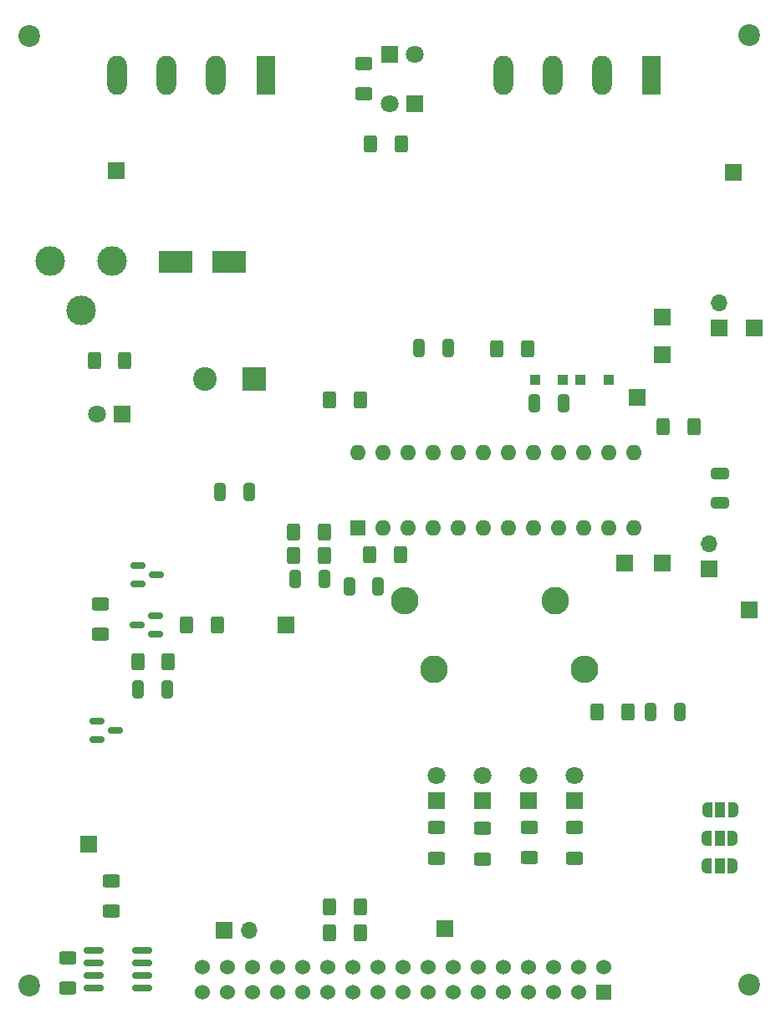
<source format=gbr>
G04 #@! TF.GenerationSoftware,KiCad,Pcbnew,6.0.7-f9a2dced07~116~ubuntu20.04.1*
G04 #@! TF.CreationDate,2022-08-19T20:43:36+02:00*
G04 #@! TF.ProjectId,sboxnet-booster,73626f78-6e65-4742-9d62-6f6f73746572,rev?*
G04 #@! TF.SameCoordinates,Original*
G04 #@! TF.FileFunction,Soldermask,Top*
G04 #@! TF.FilePolarity,Negative*
%FSLAX46Y46*%
G04 Gerber Fmt 4.6, Leading zero omitted, Abs format (unit mm)*
G04 Created by KiCad (PCBNEW 6.0.7-f9a2dced07~116~ubuntu20.04.1) date 2022-08-19 20:43:36*
%MOMM*%
%LPD*%
G01*
G04 APERTURE LIST*
G04 Aperture macros list*
%AMRoundRect*
0 Rectangle with rounded corners*
0 $1 Rounding radius*
0 $2 $3 $4 $5 $6 $7 $8 $9 X,Y pos of 4 corners*
0 Add a 4 corners polygon primitive as box body*
4,1,4,$2,$3,$4,$5,$6,$7,$8,$9,$2,$3,0*
0 Add four circle primitives for the rounded corners*
1,1,$1+$1,$2,$3*
1,1,$1+$1,$4,$5*
1,1,$1+$1,$6,$7*
1,1,$1+$1,$8,$9*
0 Add four rect primitives between the rounded corners*
20,1,$1+$1,$2,$3,$4,$5,0*
20,1,$1+$1,$4,$5,$6,$7,0*
20,1,$1+$1,$6,$7,$8,$9,0*
20,1,$1+$1,$8,$9,$2,$3,0*%
%AMFreePoly0*
4,1,22,0.550000,-0.750000,0.000000,-0.750000,0.000000,-0.745033,-0.079941,-0.743568,-0.215256,-0.701293,-0.333266,-0.622738,-0.424486,-0.514219,-0.481581,-0.384460,-0.499164,-0.250000,-0.500000,-0.250000,-0.500000,0.250000,-0.499164,0.250000,-0.499963,0.256109,-0.478152,0.396186,-0.417904,0.524511,-0.324060,0.630769,-0.204165,0.706417,-0.067858,0.745374,0.000000,0.744959,0.000000,0.750000,
0.550000,0.750000,0.550000,-0.750000,0.550000,-0.750000,$1*%
%AMFreePoly1*
4,1,20,0.000000,0.744959,0.073905,0.744508,0.209726,0.703889,0.328688,0.626782,0.421226,0.519385,0.479903,0.390333,0.500000,0.250000,0.500000,-0.250000,0.499851,-0.262216,0.476331,-0.402017,0.414519,-0.529596,0.319384,-0.634700,0.198574,-0.708877,0.061801,-0.746166,0.000000,-0.745033,0.000000,-0.750000,-0.550000,-0.750000,-0.550000,0.750000,0.000000,0.750000,0.000000,0.744959,
0.000000,0.744959,$1*%
G04 Aperture macros list end*
%ADD10R,1.700000X1.700000*%
%ADD11RoundRect,0.250000X0.625000X-0.400000X0.625000X0.400000X-0.625000X0.400000X-0.625000X-0.400000X0*%
%ADD12R,1.980000X3.960000*%
%ADD13O,1.980000X3.960000*%
%ADD14RoundRect,0.250000X-0.625000X0.400000X-0.625000X-0.400000X0.625000X-0.400000X0.625000X0.400000X0*%
%ADD15R,1.100000X1.100000*%
%ADD16C,1.524000*%
%ADD17R,1.524000X1.524000*%
%ADD18C,2.200000*%
%ADD19R,1.800000X1.800000*%
%ADD20C,1.800000*%
%ADD21RoundRect,0.250000X-0.400000X-0.625000X0.400000X-0.625000X0.400000X0.625000X-0.400000X0.625000X0*%
%ADD22RoundRect,0.250000X0.400000X0.625000X-0.400000X0.625000X-0.400000X-0.625000X0.400000X-0.625000X0*%
%ADD23RoundRect,0.250000X-0.325000X-0.650000X0.325000X-0.650000X0.325000X0.650000X-0.325000X0.650000X0*%
%ADD24RoundRect,0.250000X0.650000X-0.325000X0.650000X0.325000X-0.650000X0.325000X-0.650000X-0.325000X0*%
%ADD25RoundRect,0.250000X0.325000X0.650000X-0.325000X0.650000X-0.325000X-0.650000X0.325000X-0.650000X0*%
%ADD26R,1.600000X1.600000*%
%ADD27O,1.600000X1.600000*%
%ADD28RoundRect,0.150000X-0.587500X-0.150000X0.587500X-0.150000X0.587500X0.150000X-0.587500X0.150000X0*%
%ADD29FreePoly0,0.000000*%
%ADD30R,1.000000X1.500000*%
%ADD31FreePoly1,0.000000*%
%ADD32C,2.800000*%
%ADD33O,2.800000X2.800000*%
%ADD34R,3.500000X2.300000*%
%ADD35RoundRect,0.150000X0.587500X0.150000X-0.587500X0.150000X-0.587500X-0.150000X0.587500X-0.150000X0*%
%ADD36C,3.000000*%
%ADD37O,1.700000X1.700000*%
%ADD38R,2.400000X2.400000*%
%ADD39C,2.400000*%
%ADD40RoundRect,0.150000X0.825000X0.150000X-0.825000X0.150000X-0.825000X-0.150000X0.825000X-0.150000X0*%
G04 APERTURE END LIST*
D10*
X122210000Y-93250000D03*
D11*
X64600000Y-153050000D03*
X64600000Y-149950000D03*
D12*
X123660000Y-60700000D03*
D13*
X118660000Y-60700000D03*
X113660000Y-60700000D03*
X108660000Y-60700000D03*
D10*
X102750000Y-147000000D03*
D14*
X101900000Y-136800000D03*
X101900000Y-139900000D03*
D10*
X124800000Y-85100000D03*
D15*
X119312500Y-91510000D03*
X116512500Y-91510000D03*
D10*
X66700000Y-138450000D03*
D16*
X118810000Y-150900000D03*
D17*
X118810000Y-153440000D03*
D16*
X116270000Y-150900000D03*
X116270000Y-153440000D03*
X113730000Y-150900000D03*
X113730000Y-153440000D03*
X111190000Y-150900000D03*
X111190000Y-153440000D03*
X108650000Y-150900000D03*
X108650000Y-153440000D03*
X106110000Y-150900000D03*
X106110000Y-153440000D03*
X103570000Y-150900000D03*
X103570000Y-153440000D03*
X101030000Y-150900000D03*
X101030000Y-153440000D03*
X98490000Y-150900000D03*
X98490000Y-153440000D03*
X95950000Y-150900000D03*
X95950000Y-153440000D03*
X93410000Y-150900000D03*
X93410000Y-153440000D03*
X90870000Y-150900000D03*
X90870000Y-153440000D03*
X88330000Y-150900000D03*
X88330000Y-153440000D03*
X85790000Y-150900000D03*
X85790000Y-153440000D03*
X83250000Y-150900000D03*
X83250000Y-153440000D03*
X80710000Y-150900000D03*
X80710000Y-153440000D03*
X78170000Y-150900000D03*
X78170000Y-153440000D03*
D11*
X68950000Y-145250000D03*
X68950000Y-142150000D03*
D10*
X134100000Y-86250000D03*
D18*
X60700000Y-56700000D03*
D19*
X97175000Y-58550000D03*
D20*
X99715000Y-58550000D03*
D21*
X118200000Y-125100000D03*
X121300000Y-125100000D03*
D22*
X98250000Y-109150000D03*
X95150000Y-109150000D03*
D21*
X67250000Y-89550000D03*
X70350000Y-89550000D03*
D23*
X100125000Y-88300000D03*
X103075000Y-88300000D03*
D24*
X130650000Y-103925000D03*
X130650000Y-100975000D03*
D21*
X71650000Y-120000000D03*
X74750000Y-120000000D03*
D10*
X69500000Y-70350000D03*
D21*
X87450000Y-109250000D03*
X90550000Y-109250000D03*
D25*
X96025000Y-112350000D03*
X93075000Y-112350000D03*
D14*
X115900000Y-136800000D03*
X115900000Y-139900000D03*
D26*
X93995000Y-106480000D03*
D27*
X96535000Y-106480000D03*
X99075000Y-106480000D03*
X101615000Y-106480000D03*
X104155000Y-106480000D03*
X106695000Y-106480000D03*
X109235000Y-106480000D03*
X111775000Y-106480000D03*
X114315000Y-106480000D03*
X116855000Y-106480000D03*
X119395000Y-106480000D03*
X121935000Y-106480000D03*
X121935000Y-98860000D03*
X119395000Y-98860000D03*
X116855000Y-98860000D03*
X114315000Y-98860000D03*
X111775000Y-98860000D03*
X109235000Y-98860000D03*
X106695000Y-98860000D03*
X104155000Y-98860000D03*
X101615000Y-98860000D03*
X99075000Y-98860000D03*
X96535000Y-98860000D03*
X93995000Y-98860000D03*
D28*
X67512500Y-126000000D03*
X67512500Y-127900000D03*
X69387500Y-126950000D03*
D23*
X123575000Y-125100000D03*
X126525000Y-125100000D03*
X71675000Y-122800000D03*
X74625000Y-122800000D03*
D29*
X129300000Y-137857500D03*
D30*
X130600000Y-137857500D03*
D31*
X131900000Y-137857500D03*
D32*
X113920000Y-113800000D03*
D33*
X98680000Y-113800000D03*
D21*
X91100000Y-147400000D03*
X94200000Y-147400000D03*
D19*
X70075000Y-94950000D03*
D20*
X67535000Y-94950000D03*
D34*
X80930000Y-79540000D03*
X75530000Y-79540000D03*
D29*
X129300000Y-140692500D03*
D30*
X130600000Y-140692500D03*
D31*
X131900000Y-140692500D03*
D35*
X73437500Y-117250000D03*
X73437500Y-115350000D03*
X71562500Y-116300000D03*
D36*
X69030000Y-79480000D03*
X65930000Y-84480000D03*
X62830000Y-79480000D03*
D10*
X132000000Y-70500000D03*
D32*
X101630000Y-120750000D03*
D33*
X116870000Y-120750000D03*
D19*
X115900000Y-134075000D03*
D20*
X115900000Y-131535000D03*
D10*
X124800000Y-88900000D03*
D21*
X91100000Y-93500000D03*
X94200000Y-93500000D03*
X95250000Y-67600000D03*
X98350000Y-67600000D03*
D10*
X124750000Y-109982000D03*
D15*
X114670000Y-91500000D03*
X111870000Y-91500000D03*
D21*
X108000000Y-88350000D03*
X111100000Y-88350000D03*
D14*
X111300000Y-136750000D03*
X111300000Y-139850000D03*
D19*
X101900000Y-134075000D03*
D20*
X101900000Y-131535000D03*
D22*
X127950000Y-96200000D03*
X124850000Y-96200000D03*
D11*
X67850000Y-117250000D03*
X67850000Y-114150000D03*
D14*
X106600000Y-136850000D03*
X106600000Y-139950000D03*
D28*
X71662500Y-110250000D03*
X71662500Y-112150000D03*
X73537500Y-111200000D03*
D23*
X87625000Y-111600000D03*
X90575000Y-111600000D03*
D10*
X121000000Y-109982000D03*
D12*
X84600000Y-60700000D03*
D13*
X79600000Y-60700000D03*
X74600000Y-60700000D03*
X69600000Y-60700000D03*
D18*
X133600000Y-56600000D03*
D29*
X129350000Y-135007500D03*
D30*
X130650000Y-135007500D03*
D31*
X131950000Y-135007500D03*
D21*
X76600000Y-116250000D03*
X79700000Y-116250000D03*
D10*
X130490000Y-86250000D03*
D37*
X130490000Y-83710000D03*
D18*
X60700000Y-152800000D03*
D38*
X83453959Y-91380000D03*
D39*
X78453959Y-91380000D03*
D11*
X94550000Y-62550000D03*
X94550000Y-59450000D03*
D10*
X86700000Y-116300000D03*
X133550000Y-114750000D03*
D19*
X99750000Y-63500000D03*
D20*
X97210000Y-63500000D03*
D23*
X79975000Y-102800000D03*
X82925000Y-102800000D03*
D18*
X133600000Y-152700000D03*
D10*
X129550000Y-110575000D03*
D37*
X129550000Y-108035000D03*
D40*
X72125000Y-153055000D03*
X72125000Y-151785000D03*
X72125000Y-150515000D03*
X72125000Y-149245000D03*
X67175000Y-149245000D03*
X67175000Y-150515000D03*
X67175000Y-151785000D03*
X67175000Y-153055000D03*
D19*
X111250000Y-134050000D03*
D20*
X111250000Y-131510000D03*
D22*
X90550000Y-106850000D03*
X87450000Y-106850000D03*
X94200000Y-144850000D03*
X91100000Y-144850000D03*
D19*
X106600000Y-134075000D03*
D20*
X106600000Y-131535000D03*
D23*
X111805000Y-93840000D03*
X114755000Y-93840000D03*
D10*
X80375000Y-147150000D03*
D37*
X82915000Y-147150000D03*
M02*

</source>
